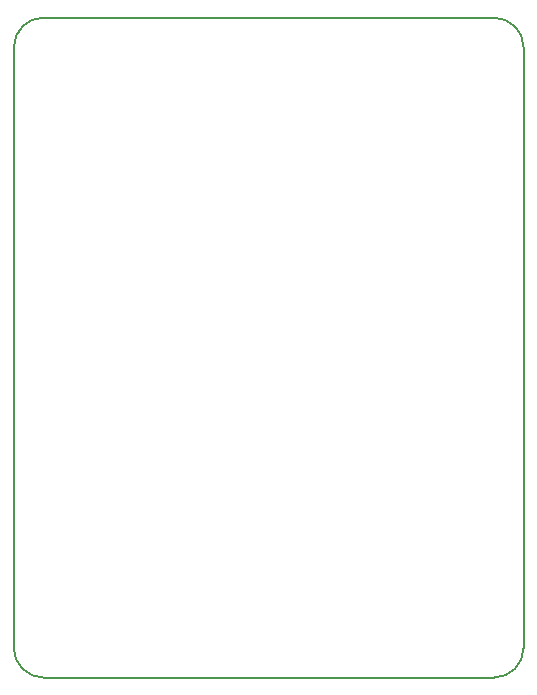
<source format=gbr>
G04 #@! TF.GenerationSoftware,KiCad,Pcbnew,(5.0.2)-1*
G04 #@! TF.CreationDate,2020-05-31T20:08:57-05:00*
G04 #@! TF.ProjectId,ClockBoard,436c6f63-6b42-46f6-9172-642e6b696361,rev?*
G04 #@! TF.SameCoordinates,Original*
G04 #@! TF.FileFunction,Profile,NP*
%FSLAX46Y46*%
G04 Gerber Fmt 4.6, Leading zero omitted, Abs format (unit mm)*
G04 Created by KiCad (PCBNEW (5.0.2)-1) date 5/31/2020 8:08:57 PM*
%MOMM*%
%LPD*%
G01*
G04 APERTURE LIST*
%ADD10C,0.150000*%
G04 APERTURE END LIST*
D10*
X125730000Y-71120000D02*
X163830000Y-71120000D01*
X123190000Y-124460000D02*
X123190000Y-73660000D01*
X163830000Y-127000000D02*
X125730000Y-127000000D01*
X166370000Y-124460000D02*
X166370000Y-73660000D01*
X123190000Y-124460000D02*
G75*
G03X125730000Y-127000000I2540000J0D01*
G01*
X163830000Y-127000000D02*
G75*
G03X166370000Y-124460000I0J2540000D01*
G01*
X166370000Y-73660000D02*
G75*
G03X163830000Y-71120000I-2540000J0D01*
G01*
X125730000Y-71120000D02*
G75*
G03X123190000Y-73660000I0J-2540000D01*
G01*
M02*

</source>
